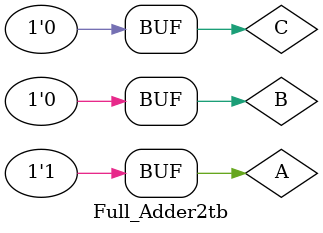
<source format=v>
`timescale 1ns / 1ps

module Full_Adder_2(
    input a,b,c,
    output s,ca
    );
wire w1,w2,w3;
xor x1(w1,a,b);
xor x2(s,w1,c);
and a1(w2,a,b);
and a2(w3,w1,c);
or o1(ca,w2,w3);

endmodule

module Full_Adder2tb;
reg A,B,C;
wire S,CARRY;
Full_Adder_2 adder_(A,B,C,S,CARRY);
initial
begin
#10
A = 0; B = 0; C = 0;
#10
A = 0; B = 0; C = 1;
#10
A = 0; B = 1; C = 0;
#10
A = 0; B = 1; C = 1;
#10
A = 1; B = 0; C = 0;

end

endmodule
</source>
